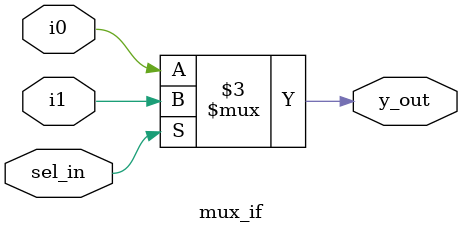
<source format=v>
`timescale 1ns / 1ps


module mux_if(  
//                 input b_in,
                 input sel_in,
                 input i0,
                 input i1,
                 output reg y_out);
                 
//always@(a_in,b_in,sel_in)
//    begin 
//        if(sel_in==1)
//        y_out=b_in;
//        else
//        y_out=a_in;
//     end

always@(*)
    begin
        if(sel_in)
        begin
            y_out = i1;
        end
        
        else
        begin
            y_out = i0;
        end
        
     end
endmodule

</source>
